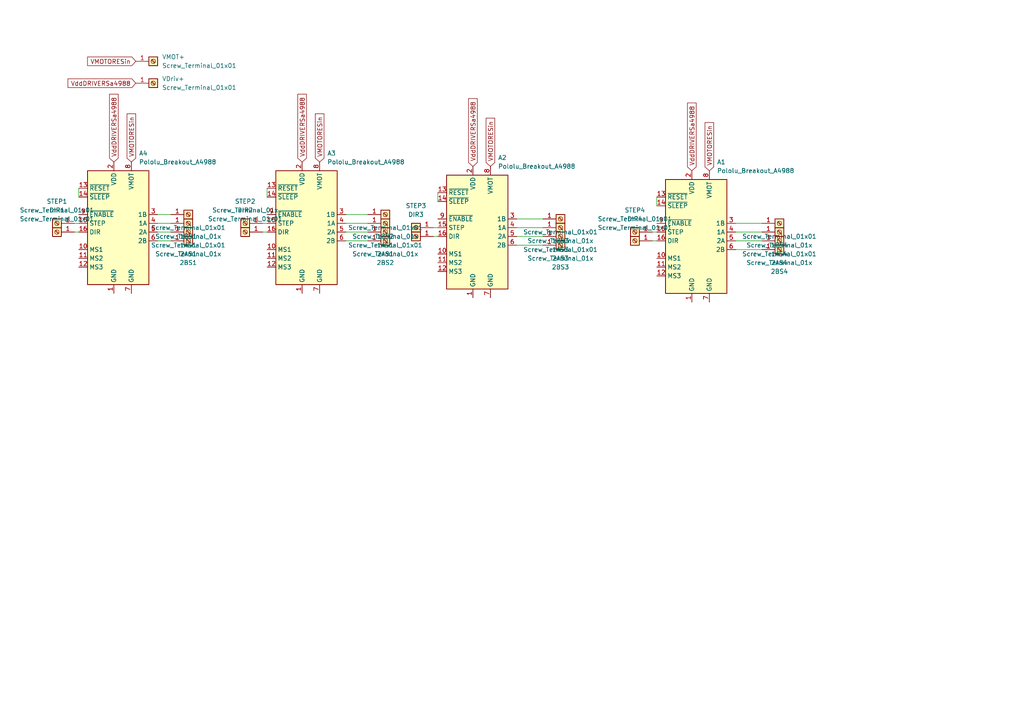
<source format=kicad_sch>
(kicad_sch (version 20230121) (generator eeschema)

  (uuid 9dedd4ef-18ff-488d-8090-840e272d40e2)

  (paper "A4")

  (lib_symbols
    (symbol "Connector:Screw_Terminal_01x01" (pin_names (offset 1.016) hide) (in_bom yes) (on_board yes)
      (property "Reference" "J" (at 0 2.54 0)
        (effects (font (size 1.27 1.27)))
      )
      (property "Value" "Screw_Terminal_01x01" (at 0 -2.54 0)
        (effects (font (size 1.27 1.27)))
      )
      (property "Footprint" "" (at 0 0 0)
        (effects (font (size 1.27 1.27)) hide)
      )
      (property "Datasheet" "~" (at 0 0 0)
        (effects (font (size 1.27 1.27)) hide)
      )
      (property "ki_keywords" "screw terminal" (at 0 0 0)
        (effects (font (size 1.27 1.27)) hide)
      )
      (property "ki_description" "Generic screw terminal, single row, 01x01, script generated (kicad-library-utils/schlib/autogen/connector/)" (at 0 0 0)
        (effects (font (size 1.27 1.27)) hide)
      )
      (property "ki_fp_filters" "TerminalBlock*:*" (at 0 0 0)
        (effects (font (size 1.27 1.27)) hide)
      )
      (symbol "Screw_Terminal_01x01_1_1"
        (rectangle (start -1.27 1.27) (end 1.27 -1.27)
          (stroke (width 0.254) (type default))
          (fill (type background))
        )
        (polyline
          (pts
            (xy -0.5334 0.3302)
            (xy 0.3302 -0.508)
          )
          (stroke (width 0.1524) (type default))
          (fill (type none))
        )
        (polyline
          (pts
            (xy -0.3556 0.508)
            (xy 0.508 -0.3302)
          )
          (stroke (width 0.1524) (type default))
          (fill (type none))
        )
        (circle (center 0 0) (radius 0.635)
          (stroke (width 0.1524) (type default))
          (fill (type none))
        )
        (pin passive line (at -5.08 0 0) (length 3.81)
          (name "Pin_1" (effects (font (size 1.27 1.27))))
          (number "1" (effects (font (size 1.27 1.27))))
        )
      )
    )
    (symbol "Driver_Motor:Pololu_Breakout_A4988" (in_bom yes) (on_board yes)
      (property "Reference" "A" (at -2.54 19.05 0)
        (effects (font (size 1.27 1.27)) (justify right))
      )
      (property "Value" "Pololu_Breakout_A4988" (at -2.54 16.51 0)
        (effects (font (size 1.27 1.27)) (justify right))
      )
      (property "Footprint" "Module:Pololu_Breakout-16_15.2x20.3mm" (at 6.985 -19.05 0)
        (effects (font (size 1.27 1.27)) (justify left) hide)
      )
      (property "Datasheet" "https://www.pololu.com/product/2980/pictures" (at 2.54 -7.62 0)
        (effects (font (size 1.27 1.27)) hide)
      )
      (property "ki_keywords" "Pololu Breakout Board Stepper Driver A4988" (at 0 0 0)
        (effects (font (size 1.27 1.27)) hide)
      )
      (property "ki_description" "Pololu Breakout Board, Stepper Driver A4988" (at 0 0 0)
        (effects (font (size 1.27 1.27)) hide)
      )
      (property "ki_fp_filters" "Pololu*Breakout*15.2x20.3mm*" (at 0 0 0)
        (effects (font (size 1.27 1.27)) hide)
      )
      (symbol "Pololu_Breakout_A4988_0_1"
        (rectangle (start 10.16 -17.78) (end -7.62 15.24)
          (stroke (width 0.254) (type default))
          (fill (type background))
        )
      )
      (symbol "Pololu_Breakout_A4988_1_1"
        (pin power_in line (at 0 -20.32 90) (length 2.54)
          (name "GND" (effects (font (size 1.27 1.27))))
          (number "1" (effects (font (size 1.27 1.27))))
        )
        (pin input line (at -10.16 -7.62 0) (length 2.54)
          (name "MS1" (effects (font (size 1.27 1.27))))
          (number "10" (effects (font (size 1.27 1.27))))
        )
        (pin input line (at -10.16 -10.16 0) (length 2.54)
          (name "MS2" (effects (font (size 1.27 1.27))))
          (number "11" (effects (font (size 1.27 1.27))))
        )
        (pin input line (at -10.16 -12.7 0) (length 2.54)
          (name "MS3" (effects (font (size 1.27 1.27))))
          (number "12" (effects (font (size 1.27 1.27))))
        )
        (pin input line (at -10.16 10.16 0) (length 2.54)
          (name "~{RESET}" (effects (font (size 1.27 1.27))))
          (number "13" (effects (font (size 1.27 1.27))))
        )
        (pin input line (at -10.16 7.62 0) (length 2.54)
          (name "~{SLEEP}" (effects (font (size 1.27 1.27))))
          (number "14" (effects (font (size 1.27 1.27))))
        )
        (pin input line (at -10.16 0 0) (length 2.54)
          (name "STEP" (effects (font (size 1.27 1.27))))
          (number "15" (effects (font (size 1.27 1.27))))
        )
        (pin input line (at -10.16 -2.54 0) (length 2.54)
          (name "DIR" (effects (font (size 1.27 1.27))))
          (number "16" (effects (font (size 1.27 1.27))))
        )
        (pin power_in line (at 0 17.78 270) (length 2.54)
          (name "VDD" (effects (font (size 1.27 1.27))))
          (number "2" (effects (font (size 1.27 1.27))))
        )
        (pin output line (at 12.7 2.54 180) (length 2.54)
          (name "1B" (effects (font (size 1.27 1.27))))
          (number "3" (effects (font (size 1.27 1.27))))
        )
        (pin output line (at 12.7 0 180) (length 2.54)
          (name "1A" (effects (font (size 1.27 1.27))))
          (number "4" (effects (font (size 1.27 1.27))))
        )
        (pin output line (at 12.7 -2.54 180) (length 2.54)
          (name "2A" (effects (font (size 1.27 1.27))))
          (number "5" (effects (font (size 1.27 1.27))))
        )
        (pin output line (at 12.7 -5.08 180) (length 2.54)
          (name "2B" (effects (font (size 1.27 1.27))))
          (number "6" (effects (font (size 1.27 1.27))))
        )
        (pin power_in line (at 5.08 -20.32 90) (length 2.54)
          (name "GND" (effects (font (size 1.27 1.27))))
          (number "7" (effects (font (size 1.27 1.27))))
        )
        (pin power_in line (at 5.08 17.78 270) (length 2.54)
          (name "VMOT" (effects (font (size 1.27 1.27))))
          (number "8" (effects (font (size 1.27 1.27))))
        )
        (pin input line (at -10.16 2.54 0) (length 2.54)
          (name "~{ENABLE}" (effects (font (size 1.27 1.27))))
          (number "9" (effects (font (size 1.27 1.27))))
        )
      )
    )
  )


  (wire (pts (xy 76.2 64.77) (xy 77.47 64.77))
    (stroke (width 0) (type default))
    (uuid 012bae16-e8c1-4c5b-abd2-26241527bde9)
  )
  (wire (pts (xy 125.73 68.58) (xy 127 68.58))
    (stroke (width 0) (type default))
    (uuid 0f3d8525-50d2-413e-a11a-61f3bda3f3ae)
  )
  (wire (pts (xy 213.36 67.31) (xy 220.98 67.31))
    (stroke (width 0) (type default))
    (uuid 0fce76a4-e0de-4a63-96fe-523bc6e2f58b)
  )
  (wire (pts (xy 45.72 62.23) (xy 49.53 62.23))
    (stroke (width 0) (type default))
    (uuid 1c8e7edf-fe50-4cd1-a2ed-d7b279ff8620)
  )
  (wire (pts (xy 100.33 67.31) (xy 106.68 67.31))
    (stroke (width 0) (type default))
    (uuid 1ee5b60a-5650-4464-a7e1-cafc0cfa9a0a)
  )
  (wire (pts (xy 190.5 57.15) (xy 190.5 59.69))
    (stroke (width 0) (type default))
    (uuid 33f88cf6-6536-43d3-9235-e23e5edadb01)
  )
  (wire (pts (xy 125.73 66.04) (xy 127 66.04))
    (stroke (width 0) (type default))
    (uuid 37f263c9-8c64-487d-b6f4-66f750098249)
  )
  (wire (pts (xy 21.59 64.77) (xy 22.86 64.77))
    (stroke (width 0) (type default))
    (uuid 42e9f136-7a56-405d-9aa6-7bac3a2028dc)
  )
  (wire (pts (xy 213.36 69.85) (xy 220.98 69.85))
    (stroke (width 0) (type default))
    (uuid 4363e482-b0ac-4642-a311-3364936b7bee)
  )
  (wire (pts (xy 45.72 64.77) (xy 49.53 64.77))
    (stroke (width 0) (type default))
    (uuid 4394e6e2-da3f-42fd-abc9-68ee53b93f30)
  )
  (wire (pts (xy 189.23 67.31) (xy 190.5 67.31))
    (stroke (width 0) (type default))
    (uuid 43aa008e-885d-4f76-89e2-e7098341ebf4)
  )
  (wire (pts (xy 213.36 64.77) (xy 220.98 64.77))
    (stroke (width 0) (type default))
    (uuid 447ca11b-8167-4404-a6b3-10691eaba500)
  )
  (wire (pts (xy 77.47 54.61) (xy 77.47 57.15))
    (stroke (width 0) (type default))
    (uuid 57350c44-d706-4a82-b24d-1f36a57beccb)
  )
  (wire (pts (xy 45.72 67.31) (xy 49.53 67.31))
    (stroke (width 0) (type default))
    (uuid 79e68531-dfc1-4432-9448-d4f0f4b7916d)
  )
  (wire (pts (xy 189.23 69.85) (xy 190.5 69.85))
    (stroke (width 0) (type default))
    (uuid 821d58bb-7419-4320-91fe-a758d9c2d035)
  )
  (wire (pts (xy 149.86 63.5) (xy 157.48 63.5))
    (stroke (width 0) (type default))
    (uuid 834e3488-be82-4ff5-a36e-263f2074fac7)
  )
  (wire (pts (xy 100.33 62.23) (xy 106.68 62.23))
    (stroke (width 0) (type default))
    (uuid a1066009-ff8d-426c-8e60-94ef577eba17)
  )
  (wire (pts (xy 45.72 69.85) (xy 49.53 69.85))
    (stroke (width 0) (type default))
    (uuid aaede49c-540a-45d4-9587-972456cd7d0c)
  )
  (wire (pts (xy 22.86 54.61) (xy 22.86 57.15))
    (stroke (width 0) (type default))
    (uuid b615ad48-2b24-449d-b348-9a84ccb73127)
  )
  (wire (pts (xy 127 55.88) (xy 127 58.42))
    (stroke (width 0) (type default))
    (uuid ba235c5c-64b6-483c-9f06-330e629748b3)
  )
  (wire (pts (xy 149.86 66.04) (xy 157.48 66.04))
    (stroke (width 0) (type default))
    (uuid bcd6c9f4-a19e-49eb-881c-751124cc626a)
  )
  (wire (pts (xy 100.33 69.85) (xy 106.68 69.85))
    (stroke (width 0) (type default))
    (uuid c2e8769c-af8c-4bfd-a98d-44084be0204e)
  )
  (wire (pts (xy 100.33 64.77) (xy 106.68 64.77))
    (stroke (width 0) (type default))
    (uuid cc04aa0e-5a36-4fe5-8605-95a8e611d988)
  )
  (wire (pts (xy 213.36 72.39) (xy 220.98 72.39))
    (stroke (width 0) (type default))
    (uuid d731a524-d2ee-418a-9c83-510835dc9690)
  )
  (wire (pts (xy 149.86 71.12) (xy 157.48 71.12))
    (stroke (width 0) (type default))
    (uuid eb658444-0e2f-406a-8fa6-333c6c8a6ae5)
  )
  (wire (pts (xy 149.86 68.58) (xy 157.48 68.58))
    (stroke (width 0) (type default))
    (uuid ed269196-d7a2-4352-9b7d-9732e89e3500)
  )
  (wire (pts (xy 21.59 67.31) (xy 22.86 67.31))
    (stroke (width 0) (type default))
    (uuid f0ec0292-297a-4dde-83c8-0d8363335c27)
  )
  (wire (pts (xy 76.2 67.31) (xy 77.47 67.31))
    (stroke (width 0) (type default))
    (uuid f588e360-bde7-4988-b42b-844abfc66610)
  )

  (global_label "VMOTORESin" (shape input) (at 38.1 46.99 90) (fields_autoplaced)
    (effects (font (size 1.27 1.27)) (justify left))
    (uuid 0370580f-62a5-4fd6-af96-88283eb0b0c2)
    (property "Intersheetrefs" "${INTERSHEET_REFS}" (at 38.1 32.4539 90)
      (effects (font (size 1.27 1.27)) (justify left) hide)
    )
  )
  (global_label "VddDRIVERSa4988" (shape input) (at 137.16 48.26 90) (fields_autoplaced)
    (effects (font (size 1.27 1.27)) (justify left))
    (uuid 0f1195cf-db44-4484-814c-78d609200acb)
    (property "Intersheetrefs" "${INTERSHEET_REFS}" (at 137.16 28.0393 90)
      (effects (font (size 1.27 1.27)) (justify left) hide)
    )
  )
  (global_label "VMOTORESin" (shape input) (at 92.71 46.99 90) (fields_autoplaced)
    (effects (font (size 1.27 1.27)) (justify left))
    (uuid 45a71ab3-f32a-4ae2-b482-fbdcc6183929)
    (property "Intersheetrefs" "${INTERSHEET_REFS}" (at 92.71 32.4539 90)
      (effects (font (size 1.27 1.27)) (justify left) hide)
    )
  )
  (global_label "VddDRIVERSa4988" (shape input) (at 200.66 49.53 90) (fields_autoplaced)
    (effects (font (size 1.27 1.27)) (justify left))
    (uuid 5feba0ef-b4d4-424a-b978-6004c1788205)
    (property "Intersheetrefs" "${INTERSHEET_REFS}" (at 200.66 29.3093 90)
      (effects (font (size 1.27 1.27)) (justify left) hide)
    )
  )
  (global_label "VddDRIVERSa4988" (shape input) (at 87.63 46.99 90) (fields_autoplaced)
    (effects (font (size 1.27 1.27)) (justify left))
    (uuid 91d4a785-1267-4ad2-9289-2c8bb9ab9cb4)
    (property "Intersheetrefs" "${INTERSHEET_REFS}" (at 87.63 26.7693 90)
      (effects (font (size 1.27 1.27)) (justify left) hide)
    )
  )
  (global_label "VddDRIVERSa4988" (shape input) (at 39.37 24.13 180) (fields_autoplaced)
    (effects (font (size 1.27 1.27)) (justify right))
    (uuid c63793c8-b697-4a7f-9331-e369febc5fa1)
    (property "Intersheetrefs" "${INTERSHEET_REFS}" (at 19.1493 24.13 0)
      (effects (font (size 1.27 1.27)) (justify right) hide)
    )
  )
  (global_label "VddDRIVERSa4988" (shape input) (at 33.02 46.99 90) (fields_autoplaced)
    (effects (font (size 1.27 1.27)) (justify left))
    (uuid ce95eb3f-b5b1-4135-874b-06dfa42ddf07)
    (property "Intersheetrefs" "${INTERSHEET_REFS}" (at 33.02 26.7693 90)
      (effects (font (size 1.27 1.27)) (justify left) hide)
    )
  )
  (global_label "VMOTORESin" (shape input) (at 205.74 49.53 90) (fields_autoplaced)
    (effects (font (size 1.27 1.27)) (justify left))
    (uuid d2950dba-5c00-4e5d-b844-7381b3dc3395)
    (property "Intersheetrefs" "${INTERSHEET_REFS}" (at 205.74 34.9939 90)
      (effects (font (size 1.27 1.27)) (justify left) hide)
    )
  )
  (global_label "VMOTORESin" (shape input) (at 142.24 48.26 90) (fields_autoplaced)
    (effects (font (size 1.27 1.27)) (justify left))
    (uuid ef60a64c-bc8f-4fd8-baac-09ef748b6202)
    (property "Intersheetrefs" "${INTERSHEET_REFS}" (at 142.24 33.7239 90)
      (effects (font (size 1.27 1.27)) (justify left) hide)
    )
  )
  (global_label "VMOTORESin" (shape input) (at 39.37 17.78 180) (fields_autoplaced)
    (effects (font (size 1.27 1.27)) (justify right))
    (uuid f6ec329b-d3a9-4ad9-9730-9b26596f67b7)
    (property "Intersheetrefs" "${INTERSHEET_REFS}" (at 24.8339 17.78 0)
      (effects (font (size 1.27 1.27)) (justify right) hide)
    )
  )

  (symbol (lib_id "Driver_Motor:Pololu_Breakout_A4988") (at 137.16 66.04 0) (unit 1)
    (in_bom yes) (on_board yes) (dnp no) (fields_autoplaced)
    (uuid 11f231df-28ac-4cba-b033-61d10cf72fd5)
    (property "Reference" "A2" (at 144.4341 45.72 0)
      (effects (font (size 1.27 1.27)) (justify left))
    )
    (property "Value" "Pololu_Breakout_A4988" (at 144.4341 48.26 0)
      (effects (font (size 1.27 1.27)) (justify left))
    )
    (property "Footprint" "Module:Pololu_Breakout-16_15.2x20.3mm" (at 144.145 85.09 0)
      (effects (font (size 1.27 1.27)) (justify left) hide)
    )
    (property "Datasheet" "https://www.pololu.com/product/2980/pictures" (at 139.7 73.66 0)
      (effects (font (size 1.27 1.27)) hide)
    )
    (pin "1" (uuid 4f2d7de9-b68d-4219-b98a-1f74207e8584))
    (pin "10" (uuid 2714ce72-723b-4868-b268-c16c74d8e495))
    (pin "11" (uuid c3d0f598-bab3-4061-a487-60d41e7a6f74))
    (pin "12" (uuid 7c1ac916-649b-4cc1-aed2-c3f247973453))
    (pin "13" (uuid 152af6a8-0dae-4100-a18f-4c19cc7349c7))
    (pin "14" (uuid 4130a0ee-8f40-4c43-9e8a-a13ae511de5a))
    (pin "15" (uuid 74f512ec-1448-4857-9929-3cad4169f77c))
    (pin "16" (uuid 839b6410-cd35-4d6f-8d3f-a678474d22d8))
    (pin "2" (uuid f9fb4500-815b-4d68-840d-4525dd503b28))
    (pin "3" (uuid 01e17acd-820e-41b2-a6c4-87bfe048c533))
    (pin "4" (uuid e80b81b1-b0d0-4f09-9810-c3714226fe91))
    (pin "5" (uuid 1231f5f2-42b8-44af-afe2-fd089a250601))
    (pin "6" (uuid 8517fdfc-cdd2-445c-aad3-367a478d2fe3))
    (pin "7" (uuid 8992d894-7e93-43c4-ba5d-e50750aa28ff))
    (pin "8" (uuid a0aed15c-fbda-45dc-801a-15a68c618a01))
    (pin "9" (uuid 1c2e5d29-34d9-42f7-8b34-4f1bac3dc16a))
    (instances
      (project "Horus Stepper PCB powercont"
        (path "/9dedd4ef-18ff-488d-8090-840e272d40e2"
          (reference "A2") (unit 1)
        )
      )
    )
  )

  (symbol (lib_id "Connector:Screw_Terminal_01x01") (at 16.51 64.77 180) (unit 1)
    (in_bom yes) (on_board yes) (dnp no) (fields_autoplaced)
    (uuid 14e9f96a-5bcb-4692-870a-dd1f593bed69)
    (property "Reference" "STEP1" (at 16.51 58.42 0)
      (effects (font (size 1.27 1.27)))
    )
    (property "Value" "Screw_Terminal_01x01" (at 16.51 60.96 0)
      (effects (font (size 1.27 1.27)))
    )
    (property "Footprint" "TestPoint:TestPoint_Loop_D3.80mm_Drill2.0mm" (at 16.51 64.77 0)
      (effects (font (size 1.27 1.27)) hide)
    )
    (property "Datasheet" "~" (at 16.51 64.77 0)
      (effects (font (size 1.27 1.27)) hide)
    )
    (pin "1" (uuid dfa696a0-8d0a-408a-afda-c3a74c275450))
    (instances
      (project "Horus Stepper PCB powercont"
        (path "/9dedd4ef-18ff-488d-8090-840e272d40e2"
          (reference "STEP1") (unit 1)
        )
      )
    )
  )

  (symbol (lib_id "Connector:Screw_Terminal_01x01") (at 111.76 69.85 0) (unit 1)
    (in_bom yes) (on_board yes) (dnp no) (fields_autoplaced)
    (uuid 1c8ff85a-c2ca-4e60-8bae-cc96d31e0365)
    (property "Reference" "2BS2" (at 111.76 76.2 0)
      (effects (font (size 1.27 1.27)))
    )
    (property "Value" "Screw_Terminal_01x" (at 111.76 73.66 0)
      (effects (font (size 1.27 1.27)))
    )
    (property "Footprint" "TestPoint:TestPoint_Loop_D3.80mm_Drill2.0mm" (at 111.76 69.85 0)
      (effects (font (size 1.27 1.27)) hide)
    )
    (property "Datasheet" "~" (at 111.76 69.85 0)
      (effects (font (size 1.27 1.27)) hide)
    )
    (pin "1" (uuid ed779e35-25dc-4244-856b-580a4e0c201c))
    (instances
      (project "Horus Stepper PCB powercont"
        (path "/9dedd4ef-18ff-488d-8090-840e272d40e2"
          (reference "2BS2") (unit 1)
        )
      )
    )
  )

  (symbol (lib_id "Connector:Screw_Terminal_01x01") (at 16.51 67.31 180) (unit 1)
    (in_bom yes) (on_board yes) (dnp no) (fields_autoplaced)
    (uuid 1dbad234-76d5-4455-a940-244bf79c4296)
    (property "Reference" "DIR1" (at 16.51 60.96 0)
      (effects (font (size 1.27 1.27)))
    )
    (property "Value" "Screw_Terminal_01x01" (at 16.51 63.5 0)
      (effects (font (size 1.27 1.27)))
    )
    (property "Footprint" "TestPoint:TestPoint_Loop_D3.80mm_Drill2.0mm" (at 16.51 67.31 0)
      (effects (font (size 1.27 1.27)) hide)
    )
    (property "Datasheet" "~" (at 16.51 67.31 0)
      (effects (font (size 1.27 1.27)) hide)
    )
    (pin "1" (uuid e2e111d1-24a4-41fc-aca9-830e613e285b))
    (instances
      (project "Horus Stepper PCB powercont"
        (path "/9dedd4ef-18ff-488d-8090-840e272d40e2"
          (reference "DIR1") (unit 1)
        )
      )
    )
  )

  (symbol (lib_id "Connector:Screw_Terminal_01x01") (at 226.06 69.85 0) (unit 1)
    (in_bom yes) (on_board yes) (dnp no) (fields_autoplaced)
    (uuid 1f885388-63df-4238-ba2f-891f81c14413)
    (property "Reference" "2AS4" (at 226.06 76.2 0)
      (effects (font (size 1.27 1.27)))
    )
    (property "Value" "Screw_Terminal_01x01" (at 226.06 73.66 0)
      (effects (font (size 1.27 1.27)))
    )
    (property "Footprint" "TestPoint:TestPoint_Loop_D3.80mm_Drill2.0mm" (at 226.06 69.85 0)
      (effects (font (size 1.27 1.27)) hide)
    )
    (property "Datasheet" "~" (at 226.06 69.85 0)
      (effects (font (size 1.27 1.27)) hide)
    )
    (pin "1" (uuid 0cfc8dac-693e-4ab5-b51a-fc1b9aa7fdcd))
    (instances
      (project "Horus Stepper PCB powercont"
        (path "/9dedd4ef-18ff-488d-8090-840e272d40e2"
          (reference "2AS4") (unit 1)
        )
      )
    )
  )

  (symbol (lib_id "Connector:Screw_Terminal_01x01") (at 111.76 64.77 0) (unit 1)
    (in_bom yes) (on_board yes) (dnp no) (fields_autoplaced)
    (uuid 3dd9c380-124e-435d-bfb6-2c54b1ef76df)
    (property "Reference" "1AS1" (at 111.76 71.12 0)
      (effects (font (size 1.27 1.27)))
    )
    (property "Value" "Screw_Terminal_01x" (at 111.76 68.58 0)
      (effects (font (size 1.27 1.27)))
    )
    (property "Footprint" "TestPoint:TestPoint_Loop_D3.80mm_Drill2.0mm" (at 111.76 64.77 0)
      (effects (font (size 1.27 1.27)) hide)
    )
    (property "Datasheet" "~" (at 111.76 64.77 0)
      (effects (font (size 1.27 1.27)) hide)
    )
    (pin "1" (uuid 87f36f3d-301a-4b99-9c8f-46541c31c67a))
    (instances
      (project "Horus Stepper PCB powercont"
        (path "/9dedd4ef-18ff-488d-8090-840e272d40e2"
          (reference "1AS1") (unit 1)
        )
      )
    )
  )

  (symbol (lib_id "Driver_Motor:Pololu_Breakout_A4988") (at 200.66 67.31 0) (unit 1)
    (in_bom yes) (on_board yes) (dnp no) (fields_autoplaced)
    (uuid 4a42311c-b4f4-43f3-bb39-3dd283b254c7)
    (property "Reference" "A1" (at 207.9341 46.99 0)
      (effects (font (size 1.27 1.27)) (justify left))
    )
    (property "Value" "Pololu_Breakout_A4988" (at 207.9341 49.53 0)
      (effects (font (size 1.27 1.27)) (justify left))
    )
    (property "Footprint" "Module:Pololu_Breakout-16_15.2x20.3mm" (at 207.645 86.36 0)
      (effects (font (size 1.27 1.27)) (justify left) hide)
    )
    (property "Datasheet" "https://www.pololu.com/product/2980/pictures" (at 203.2 74.93 0)
      (effects (font (size 1.27 1.27)) hide)
    )
    (pin "1" (uuid 3dbe4af2-b65b-4cb1-89d0-625f06d3504b))
    (pin "10" (uuid c305ed82-920b-4f68-8d2a-1c82e4724092))
    (pin "11" (uuid 3824a074-72f9-4e5b-b287-4f8b51bd225a))
    (pin "12" (uuid 73790d06-aeef-423b-820c-feca9d440e51))
    (pin "13" (uuid af6f564c-3a2a-42a9-8556-77e400265385))
    (pin "14" (uuid b0cc72bc-caa3-48dd-9aa8-85d51aec1b67))
    (pin "15" (uuid e1a4b27d-a8ea-4048-8a76-70a4b9c8b551))
    (pin "16" (uuid 0b535266-7af9-441e-8427-e442e3f919c5))
    (pin "2" (uuid 88f75974-c055-4a31-a710-0f22fab7969e))
    (pin "3" (uuid 569ab031-9f37-4596-897e-c3b329f727a3))
    (pin "4" (uuid 965dfb76-4a26-4870-bc71-0bb932040740))
    (pin "5" (uuid a1b3b400-7ccd-404a-8e40-f9e1b2d3822e))
    (pin "6" (uuid 304f1c89-6f08-41c5-aaa0-0f92e7954e85))
    (pin "7" (uuid 88b85803-90d5-4916-9417-6d6e66a67339))
    (pin "8" (uuid a449c8f3-8f53-4264-b945-21ce2968cc12))
    (pin "9" (uuid bca1bb7a-43f7-4e5a-a600-1a90fb48802d))
    (instances
      (project "Horus Stepper PCB powercont"
        (path "/9dedd4ef-18ff-488d-8090-840e272d40e2"
          (reference "A1") (unit 1)
        )
      )
    )
  )

  (symbol (lib_id "Connector:Screw_Terminal_01x01") (at 162.56 68.58 0) (unit 1)
    (in_bom yes) (on_board yes) (dnp no) (fields_autoplaced)
    (uuid 66d0eeaf-ebea-42e0-8582-3e62db48e83b)
    (property "Reference" "2AS3" (at 162.56 74.93 0)
      (effects (font (size 1.27 1.27)))
    )
    (property "Value" "Screw_Terminal_01x01" (at 162.56 72.39 0)
      (effects (font (size 1.27 1.27)))
    )
    (property "Footprint" "TestPoint:TestPoint_Loop_D3.80mm_Drill2.0mm" (at 162.56 68.58 0)
      (effects (font (size 1.27 1.27)) hide)
    )
    (property "Datasheet" "~" (at 162.56 68.58 0)
      (effects (font (size 1.27 1.27)) hide)
    )
    (pin "1" (uuid 31dcab58-f2fb-4907-bfba-bfb899fa563a))
    (instances
      (project "Horus Stepper PCB powercont"
        (path "/9dedd4ef-18ff-488d-8090-840e272d40e2"
          (reference "2AS3") (unit 1)
        )
      )
    )
  )

  (symbol (lib_id "Connector:Screw_Terminal_01x01") (at 111.76 62.23 0) (unit 1)
    (in_bom yes) (on_board yes) (dnp no) (fields_autoplaced)
    (uuid 6933a4b1-d080-459f-95f5-d94afbbc00f4)
    (property "Reference" "1BS2" (at 111.76 68.58 0)
      (effects (font (size 1.27 1.27)))
    )
    (property "Value" "Screw_Terminal_01x01" (at 111.76 66.04 0)
      (effects (font (size 1.27 1.27)))
    )
    (property "Footprint" "TestPoint:TestPoint_Loop_D3.80mm_Drill2.0mm" (at 111.76 62.23 0)
      (effects (font (size 1.27 1.27)) hide)
    )
    (property "Datasheet" "~" (at 111.76 62.23 0)
      (effects (font (size 1.27 1.27)) hide)
    )
    (pin "1" (uuid ac529b70-4bc4-4cc6-b862-8124793d9c4b))
    (instances
      (project "Horus Stepper PCB powercont"
        (path "/9dedd4ef-18ff-488d-8090-840e272d40e2"
          (reference "1BS2") (unit 1)
        )
      )
    )
  )

  (symbol (lib_id "Connector:Screw_Terminal_01x01") (at 71.12 67.31 180) (unit 1)
    (in_bom yes) (on_board yes) (dnp no) (fields_autoplaced)
    (uuid 6d216968-a20a-460a-80d1-3ba12d594692)
    (property "Reference" "DIR2" (at 71.12 60.96 0)
      (effects (font (size 1.27 1.27)))
    )
    (property "Value" "Screw_Terminal_01x01" (at 71.12 63.5 0)
      (effects (font (size 1.27 1.27)))
    )
    (property "Footprint" "TestPoint:TestPoint_Loop_D3.80mm_Drill2.0mm" (at 71.12 67.31 0)
      (effects (font (size 1.27 1.27)) hide)
    )
    (property "Datasheet" "~" (at 71.12 67.31 0)
      (effects (font (size 1.27 1.27)) hide)
    )
    (pin "1" (uuid 776b9a32-c154-43db-ac10-63e8ec518db3))
    (instances
      (project "Horus Stepper PCB powercont"
        (path "/9dedd4ef-18ff-488d-8090-840e272d40e2"
          (reference "DIR2") (unit 1)
        )
      )
    )
  )

  (symbol (lib_id "Connector:Screw_Terminal_01x01") (at 54.61 69.85 0) (unit 1)
    (in_bom yes) (on_board yes) (dnp no) (fields_autoplaced)
    (uuid 6fe3ec86-789e-4756-90c9-3087d28c6b55)
    (property "Reference" "2BS1" (at 54.61 76.2 0)
      (effects (font (size 1.27 1.27)))
    )
    (property "Value" "Screw_Terminal_01x" (at 54.61 73.66 0)
      (effects (font (size 1.27 1.27)))
    )
    (property "Footprint" "TestPoint:TestPoint_Loop_D3.80mm_Drill2.0mm" (at 54.61 69.85 0)
      (effects (font (size 1.27 1.27)) hide)
    )
    (property "Datasheet" "~" (at 54.61 69.85 0)
      (effects (font (size 1.27 1.27)) hide)
    )
    (pin "1" (uuid df7a79c5-595b-490b-af1d-2e842499ebdb))
    (instances
      (project "Horus Stepper PCB powercont"
        (path "/9dedd4ef-18ff-488d-8090-840e272d40e2"
          (reference "2BS1") (unit 1)
        )
      )
    )
  )

  (symbol (lib_id "Connector:Screw_Terminal_01x01") (at 226.06 64.77 0) (unit 1)
    (in_bom yes) (on_board yes) (dnp no) (fields_autoplaced)
    (uuid 7c62c4ad-1fa5-4c19-b6e7-4dfc291355c1)
    (property "Reference" "1BS4" (at 226.06 71.12 0)
      (effects (font (size 1.27 1.27)))
    )
    (property "Value" "Screw_Terminal_01x01" (at 226.06 68.58 0)
      (effects (font (size 1.27 1.27)))
    )
    (property "Footprint" "TestPoint:TestPoint_Loop_D3.80mm_Drill2.0mm" (at 226.06 64.77 0)
      (effects (font (size 1.27 1.27)) hide)
    )
    (property "Datasheet" "~" (at 226.06 64.77 0)
      (effects (font (size 1.27 1.27)) hide)
    )
    (pin "1" (uuid 322ecddb-2122-436a-a72c-a289897ff785))
    (instances
      (project "Horus Stepper PCB powercont"
        (path "/9dedd4ef-18ff-488d-8090-840e272d40e2"
          (reference "1BS4") (unit 1)
        )
      )
    )
  )

  (symbol (lib_id "Connector:Screw_Terminal_01x01") (at 184.15 67.31 180) (unit 1)
    (in_bom yes) (on_board yes) (dnp no) (fields_autoplaced)
    (uuid 84eb87f7-f170-47d1-997a-6eb337e95dde)
    (property "Reference" "STEP4" (at 184.15 60.96 0)
      (effects (font (size 1.27 1.27)))
    )
    (property "Value" "Screw_Terminal_01x01" (at 184.15 63.5 0)
      (effects (font (size 1.27 1.27)))
    )
    (property "Footprint" "TestPoint:TestPoint_Loop_D3.80mm_Drill2.0mm" (at 184.15 67.31 0)
      (effects (font (size 1.27 1.27)) hide)
    )
    (property "Datasheet" "~" (at 184.15 67.31 0)
      (effects (font (size 1.27 1.27)) hide)
    )
    (pin "1" (uuid 731f25d1-731a-4baf-9052-a2fbcd36144f))
    (instances
      (project "Horus Stepper PCB powercont"
        (path "/9dedd4ef-18ff-488d-8090-840e272d40e2"
          (reference "STEP4") (unit 1)
        )
      )
    )
  )

  (symbol (lib_id "Connector:Screw_Terminal_01x01") (at 226.06 67.31 0) (unit 1)
    (in_bom yes) (on_board yes) (dnp no) (fields_autoplaced)
    (uuid 88cc2104-ada5-4e71-9b3b-efcf2d7f4578)
    (property "Reference" "1AS4" (at 226.06 73.66 0)
      (effects (font (size 1.27 1.27)))
    )
    (property "Value" "Screw_Terminal_01x" (at 226.06 71.12 0)
      (effects (font (size 1.27 1.27)))
    )
    (property "Footprint" "TestPoint:TestPoint_Loop_D3.80mm_Drill2.0mm" (at 226.06 67.31 0)
      (effects (font (size 1.27 1.27)) hide)
    )
    (property "Datasheet" "~" (at 226.06 67.31 0)
      (effects (font (size 1.27 1.27)) hide)
    )
    (pin "1" (uuid 253a85d1-901e-457d-b3d1-1c35a13fb675))
    (instances
      (project "Horus Stepper PCB powercont"
        (path "/9dedd4ef-18ff-488d-8090-840e272d40e2"
          (reference "1AS4") (unit 1)
        )
      )
    )
  )

  (symbol (lib_id "Driver_Motor:Pololu_Breakout_A4988") (at 87.63 64.77 0) (unit 1)
    (in_bom yes) (on_board yes) (dnp no) (fields_autoplaced)
    (uuid 8917991b-07b9-4862-ad94-ad32bc93bf55)
    (property "Reference" "A3" (at 94.9041 44.45 0)
      (effects (font (size 1.27 1.27)) (justify left))
    )
    (property "Value" "Pololu_Breakout_A4988" (at 94.9041 46.99 0)
      (effects (font (size 1.27 1.27)) (justify left))
    )
    (property "Footprint" "Module:Pololu_Breakout-16_15.2x20.3mm" (at 94.615 83.82 0)
      (effects (font (size 1.27 1.27)) (justify left) hide)
    )
    (property "Datasheet" "https://www.pololu.com/product/2980/pictures" (at 90.17 72.39 0)
      (effects (font (size 1.27 1.27)) hide)
    )
    (pin "1" (uuid d01540f0-b970-4698-86dd-20f0b38e9501))
    (pin "10" (uuid cae0116a-bc9a-4bd4-821e-cc509efe1b2a))
    (pin "11" (uuid 0b5965cf-540d-4b90-aeab-b839ab2ccf30))
    (pin "12" (uuid 3d13542f-1463-40b7-823a-cb7fcbc7c303))
    (pin "13" (uuid 105b1cbb-f4cb-4c52-9c93-597fa36023ab))
    (pin "14" (uuid 28051dab-dc82-4049-b070-cadac97effa9))
    (pin "15" (uuid 3209aeca-f941-402d-8715-d360917280a6))
    (pin "16" (uuid 2598bbdf-1cf1-40f9-826b-7ffcee10460e))
    (pin "2" (uuid a2d31fc4-499a-4f0a-ad68-36f512605715))
    (pin "3" (uuid c2741790-0d18-41f8-9a5f-bece07b6933b))
    (pin "4" (uuid 22fe6ae9-2274-4328-b30d-60a5e02b8081))
    (pin "5" (uuid bb6eb8bd-939e-408b-b89d-e17ac4c1c250))
    (pin "6" (uuid 752238b1-6d1d-4edc-a2d7-0232aa994f88))
    (pin "7" (uuid dafe6993-36b3-4abf-beab-09c481070d9d))
    (pin "8" (uuid 6d883dc2-f130-4d0e-a024-3b052ab4bf29))
    (pin "9" (uuid 1eefb3a1-8768-46fb-bbc3-f968387b6b14))
    (instances
      (project "Horus Stepper PCB powercont"
        (path "/9dedd4ef-18ff-488d-8090-840e272d40e2"
          (reference "A3") (unit 1)
        )
      )
    )
  )

  (symbol (lib_id "Connector:Screw_Terminal_01x01") (at 120.65 68.58 180) (unit 1)
    (in_bom yes) (on_board yes) (dnp no) (fields_autoplaced)
    (uuid 96d79578-a02f-44c8-8ca2-87a7ee719e18)
    (property "Reference" "DIR3" (at 120.65 62.23 0)
      (effects (font (size 1.27 1.27)))
    )
    (property "Value" "Screw_Terminal_01x01" (at 120.65 64.77 0)
      (effects (font (size 1.27 1.27)) hide)
    )
    (property "Footprint" "TestPoint:TestPoint_Loop_D3.80mm_Drill2.0mm" (at 120.65 68.58 0)
      (effects (font (size 1.27 1.27)) hide)
    )
    (property "Datasheet" "~" (at 120.65 68.58 0)
      (effects (font (size 1.27 1.27)) hide)
    )
    (pin "1" (uuid 772b1903-8123-4e78-a48c-b47f925e6608))
    (instances
      (project "Horus Stepper PCB powercont"
        (path "/9dedd4ef-18ff-488d-8090-840e272d40e2"
          (reference "DIR3") (unit 1)
        )
      )
    )
  )

  (symbol (lib_id "Connector:Screw_Terminal_01x01") (at 184.15 69.85 180) (unit 1)
    (in_bom yes) (on_board yes) (dnp no) (fields_autoplaced)
    (uuid 9be0aa45-6510-424b-b4cf-fecea1b2de1d)
    (property "Reference" "DIR4" (at 184.15 63.5 0)
      (effects (font (size 1.27 1.27)))
    )
    (property "Value" "Screw_Terminal_01x01" (at 184.15 66.04 0)
      (effects (font (size 1.27 1.27)))
    )
    (property "Footprint" "TestPoint:TestPoint_Loop_D3.80mm_Drill2.0mm" (at 184.15 69.85 0)
      (effects (font (size 1.27 1.27)) hide)
    )
    (property "Datasheet" "~" (at 184.15 69.85 0)
      (effects (font (size 1.27 1.27)) hide)
    )
    (pin "1" (uuid cdbf9b78-5448-4865-ad53-5a3e34b126a6))
    (instances
      (project "Horus Stepper PCB powercont"
        (path "/9dedd4ef-18ff-488d-8090-840e272d40e2"
          (reference "DIR4") (unit 1)
        )
      )
    )
  )

  (symbol (lib_id "Driver_Motor:Pololu_Breakout_A4988") (at 33.02 64.77 0) (unit 1)
    (in_bom yes) (on_board yes) (dnp no) (fields_autoplaced)
    (uuid a3f8a5e5-c2fe-4b76-a300-6175492a251a)
    (property "Reference" "A4" (at 40.2941 44.45 0)
      (effects (font (size 1.27 1.27)) (justify left))
    )
    (property "Value" "Pololu_Breakout_A4988" (at 40.2941 46.99 0)
      (effects (font (size 1.27 1.27)) (justify left))
    )
    (property "Footprint" "Module:Pololu_Breakout-16_15.2x20.3mm" (at 40.005 83.82 0)
      (effects (font (size 1.27 1.27)) (justify left) hide)
    )
    (property "Datasheet" "https://www.pololu.com/product/2980/pictures" (at 35.56 72.39 0)
      (effects (font (size 1.27 1.27)) hide)
    )
    (pin "1" (uuid 5d5ae6a7-c9e3-4c18-91f3-daa8c12d553e))
    (pin "10" (uuid 87ef5f39-5fd6-4bd3-a2ce-4c21ffefd47d))
    (pin "11" (uuid ebed731d-e147-41b5-8baf-92f6aa03c464))
    (pin "12" (uuid 62570510-099b-457b-9739-0bd9348d2bf9))
    (pin "13" (uuid 4ff9375f-f12a-4fee-99d0-bf5c72173452))
    (pin "14" (uuid 2aee10b7-d096-4747-9261-77b28e3e6717))
    (pin "15" (uuid 4a889259-1e14-43d6-aef8-6f81088d9d8c))
    (pin "16" (uuid d48c148e-27f9-4dfc-a627-59410a43211b))
    (pin "2" (uuid 2430c1c8-2651-4902-a9e9-4ea5cb7d444a))
    (pin "3" (uuid 442486dc-7062-40d1-9315-679df8405d87))
    (pin "4" (uuid 7d5a551c-e9c0-4c34-853d-a880b11b8790))
    (pin "5" (uuid 56e94567-2373-40f7-967b-abef31ea926d))
    (pin "6" (uuid f2b2d86f-068a-483c-940a-ac8d69a33152))
    (pin "7" (uuid e9e569f2-1e45-4e03-8a87-033a90664fd8))
    (pin "8" (uuid 166dfd6c-78fc-4fcf-868e-d01504ff204c))
    (pin "9" (uuid 2d956f19-af96-4018-830f-6b9f628695e0))
    (instances
      (project "Horus Stepper PCB powercont"
        (path "/9dedd4ef-18ff-488d-8090-840e272d40e2"
          (reference "A4") (unit 1)
        )
      )
    )
  )

  (symbol (lib_id "Connector:Screw_Terminal_01x01") (at 44.45 17.78 0) (unit 1)
    (in_bom yes) (on_board yes) (dnp no) (fields_autoplaced)
    (uuid a8ad5795-fbe3-4eee-afad-732fad70dbb5)
    (property "Reference" "VMOT+" (at 46.99 16.51 0)
      (effects (font (size 1.27 1.27)) (justify left))
    )
    (property "Value" "Screw_Terminal_01x01" (at 46.99 19.05 0)
      (effects (font (size 1.27 1.27)) (justify left))
    )
    (property "Footprint" "TestPoint:TestPoint_Loop_D3.80mm_Drill2.0mm" (at 44.45 17.78 0)
      (effects (font (size 1.27 1.27)) hide)
    )
    (property "Datasheet" "~" (at 44.45 17.78 0)
      (effects (font (size 1.27 1.27)) hide)
    )
    (pin "1" (uuid ad4fb40b-cbe7-4198-b556-389662b56a1c))
    (instances
      (project "Horus Stepper PCB powercont"
        (path "/9dedd4ef-18ff-488d-8090-840e272d40e2"
          (reference "VMOT+") (unit 1)
        )
      )
    )
  )

  (symbol (lib_id "Connector:Screw_Terminal_01x01") (at 54.61 67.31 0) (unit 1)
    (in_bom yes) (on_board yes) (dnp no) (fields_autoplaced)
    (uuid aa72e8a3-e95d-4d37-9054-e6d867b1af46)
    (property "Reference" "2AS1" (at 54.61 73.66 0)
      (effects (font (size 1.27 1.27)))
    )
    (property "Value" "Screw_Terminal_01x01" (at 54.61 71.12 0)
      (effects (font (size 1.27 1.27)))
    )
    (property "Footprint" "TestPoint:TestPoint_Loop_D3.80mm_Drill2.0mm" (at 54.61 67.31 0)
      (effects (font (size 1.27 1.27)) hide)
    )
    (property "Datasheet" "~" (at 54.61 67.31 0)
      (effects (font (size 1.27 1.27)) hide)
    )
    (pin "1" (uuid 4061e342-2665-4c69-af11-f68747178658))
    (instances
      (project "Horus Stepper PCB powercont"
        (path "/9dedd4ef-18ff-488d-8090-840e272d40e2"
          (reference "2AS1") (unit 1)
        )
      )
    )
  )

  (symbol (lib_id "Connector:Screw_Terminal_01x01") (at 162.56 71.12 0) (unit 1)
    (in_bom yes) (on_board yes) (dnp no) (fields_autoplaced)
    (uuid b04bda68-0853-43aa-af71-91f0d8d9c9f8)
    (property "Reference" "2BS3" (at 162.56 77.47 0)
      (effects (font (size 1.27 1.27)))
    )
    (property "Value" "Screw_Terminal_01x" (at 162.56 74.93 0)
      (effects (font (size 1.27 1.27)))
    )
    (property "Footprint" "TestPoint:TestPoint_Loop_D3.80mm_Drill2.0mm" (at 162.56 71.12 0)
      (effects (font (size 1.27 1.27)) hide)
    )
    (property "Datasheet" "~" (at 162.56 71.12 0)
      (effects (font (size 1.27 1.27)) hide)
    )
    (pin "1" (uuid 9bc0c725-5bb1-4802-82ef-d3cb3076000f))
    (instances
      (project "Horus Stepper PCB powercont"
        (path "/9dedd4ef-18ff-488d-8090-840e272d40e2"
          (reference "2BS3") (unit 1)
        )
      )
    )
  )

  (symbol (lib_id "Connector:Screw_Terminal_01x01") (at 54.61 64.77 0) (unit 1)
    (in_bom yes) (on_board yes) (dnp no) (fields_autoplaced)
    (uuid b5f11d82-613d-47c7-b2ea-e60843578dd3)
    (property "Reference" "1AS1" (at 54.61 71.12 0)
      (effects (font (size 1.27 1.27)))
    )
    (property "Value" "Screw_Terminal_01x" (at 54.61 68.58 0)
      (effects (font (size 1.27 1.27)))
    )
    (property "Footprint" "TestPoint:TestPoint_Loop_D3.80mm_Drill2.0mm" (at 54.61 64.77 0)
      (effects (font (size 1.27 1.27)) hide)
    )
    (property "Datasheet" "~" (at 54.61 64.77 0)
      (effects (font (size 1.27 1.27)) hide)
    )
    (pin "1" (uuid f3540c17-0403-4f6a-a700-e33856b981a2))
    (instances
      (project "Horus Stepper PCB powercont"
        (path "/9dedd4ef-18ff-488d-8090-840e272d40e2"
          (reference "1AS1") (unit 1)
        )
      )
    )
  )

  (symbol (lib_id "Connector:Screw_Terminal_01x01") (at 226.06 72.39 0) (unit 1)
    (in_bom yes) (on_board yes) (dnp no) (fields_autoplaced)
    (uuid b6a2773a-affb-4e0e-8cdd-294c99e5d3e7)
    (property "Reference" "2BS4" (at 226.06 78.74 0)
      (effects (font (size 1.27 1.27)))
    )
    (property "Value" "Screw_Terminal_01x" (at 226.06 76.2 0)
      (effects (font (size 1.27 1.27)))
    )
    (property "Footprint" "TestPoint:TestPoint_Loop_D3.80mm_Drill2.0mm" (at 226.06 72.39 0)
      (effects (font (size 1.27 1.27)) hide)
    )
    (property "Datasheet" "~" (at 226.06 72.39 0)
      (effects (font (size 1.27 1.27)) hide)
    )
    (pin "1" (uuid df441393-90f5-429e-bacb-e6f9d9384019))
    (instances
      (project "Horus Stepper PCB powercont"
        (path "/9dedd4ef-18ff-488d-8090-840e272d40e2"
          (reference "2BS4") (unit 1)
        )
      )
    )
  )

  (symbol (lib_id "Connector:Screw_Terminal_01x01") (at 54.61 62.23 0) (unit 1)
    (in_bom yes) (on_board yes) (dnp no) (fields_autoplaced)
    (uuid d3268127-6c8a-4ca1-88ed-47701040e3d7)
    (property "Reference" "1BS1" (at 54.61 68.58 0)
      (effects (font (size 1.27 1.27)))
    )
    (property "Value" "Screw_Terminal_01x01" (at 54.61 66.04 0)
      (effects (font (size 1.27 1.27)))
    )
    (property "Footprint" "TestPoint:TestPoint_Loop_D3.80mm_Drill2.0mm" (at 54.61 62.23 0)
      (effects (font (size 1.27 1.27)) hide)
    )
    (property "Datasheet" "~" (at 54.61 62.23 0)
      (effects (font (size 1.27 1.27)) hide)
    )
    (pin "1" (uuid f22b6bd3-2c7b-4be0-b19a-d17dbc8f21f8))
    (instances
      (project "Horus Stepper PCB powercont"
        (path "/9dedd4ef-18ff-488d-8090-840e272d40e2"
          (reference "1BS1") (unit 1)
        )
      )
    )
  )

  (symbol (lib_id "Connector:Screw_Terminal_01x01") (at 44.45 24.13 0) (unit 1)
    (in_bom yes) (on_board yes) (dnp no) (fields_autoplaced)
    (uuid d6e3946b-eb35-4e8d-8b4d-f9f2e8a2a32f)
    (property "Reference" "VDriv+" (at 46.99 22.86 0)
      (effects (font (size 1.27 1.27)) (justify left))
    )
    (property "Value" "Screw_Terminal_01x01" (at 46.99 25.4 0)
      (effects (font (size 1.27 1.27)) (justify left))
    )
    (property "Footprint" "TestPoint:TestPoint_Loop_D3.80mm_Drill2.0mm" (at 44.45 24.13 0)
      (effects (font (size 1.27 1.27)) hide)
    )
    (property "Datasheet" "~" (at 44.45 24.13 0)
      (effects (font (size 1.27 1.27)) hide)
    )
    (pin "1" (uuid 9221fb5c-2611-4e39-8bfa-899c117194f8))
    (instances
      (project "Horus Stepper PCB powercont"
        (path "/9dedd4ef-18ff-488d-8090-840e272d40e2"
          (reference "VDriv+") (unit 1)
        )
      )
    )
  )

  (symbol (lib_id "Connector:Screw_Terminal_01x01") (at 162.56 63.5 0) (unit 1)
    (in_bom yes) (on_board yes) (dnp no) (fields_autoplaced)
    (uuid d7928963-07f1-4c0c-8619-ea1dd7b1908b)
    (property "Reference" "1BS3" (at 162.56 69.85 0)
      (effects (font (size 1.27 1.27)))
    )
    (property "Value" "Screw_Terminal_01x01" (at 162.56 67.31 0)
      (effects (font (size 1.27 1.27)))
    )
    (property "Footprint" "TestPoint:TestPoint_Loop_D3.80mm_Drill2.0mm" (at 162.56 63.5 0)
      (effects (font (size 1.27 1.27)) hide)
    )
    (property "Datasheet" "~" (at 162.56 63.5 0)
      (effects (font (size 1.27 1.27)) hide)
    )
    (pin "1" (uuid 4a2f9660-08e9-4101-a103-f0bd19198b5c))
    (instances
      (project "Horus Stepper PCB powercont"
        (path "/9dedd4ef-18ff-488d-8090-840e272d40e2"
          (reference "1BS3") (unit 1)
        )
      )
    )
  )

  (symbol (lib_id "Connector:Screw_Terminal_01x01") (at 111.76 67.31 0) (unit 1)
    (in_bom yes) (on_board yes) (dnp no) (fields_autoplaced)
    (uuid e93102f2-8e7f-49b6-9fde-a0a76b0aa584)
    (property "Reference" "2AS1" (at 111.76 73.66 0)
      (effects (font (size 1.27 1.27)))
    )
    (property "Value" "Screw_Terminal_01x01" (at 111.76 71.12 0)
      (effects (font (size 1.27 1.27)))
    )
    (property "Footprint" "TestPoint:TestPoint_Loop_D3.80mm_Drill2.0mm" (at 111.76 67.31 0)
      (effects (font (size 1.27 1.27)) hide)
    )
    (property "Datasheet" "~" (at 111.76 67.31 0)
      (effects (font (size 1.27 1.27)) hide)
    )
    (pin "1" (uuid 1cf94685-94ac-488e-88f8-5872a35c7632))
    (instances
      (project "Horus Stepper PCB powercont"
        (path "/9dedd4ef-18ff-488d-8090-840e272d40e2"
          (reference "2AS1") (unit 1)
        )
      )
    )
  )

  (symbol (lib_id "Connector:Screw_Terminal_01x01") (at 162.56 66.04 0) (unit 1)
    (in_bom yes) (on_board yes) (dnp no) (fields_autoplaced)
    (uuid f07d27c0-6afa-488c-b287-b4ccc475d254)
    (property "Reference" "1AS3" (at 162.56 72.39 0)
      (effects (font (size 1.27 1.27)))
    )
    (property "Value" "Screw_Terminal_01x" (at 162.56 69.85 0)
      (effects (font (size 1.27 1.27)))
    )
    (property "Footprint" "TestPoint:TestPoint_Loop_D3.80mm_Drill2.0mm" (at 162.56 66.04 0)
      (effects (font (size 1.27 1.27)) hide)
    )
    (property "Datasheet" "~" (at 162.56 66.04 0)
      (effects (font (size 1.27 1.27)) hide)
    )
    (pin "1" (uuid e4516b9e-8279-49e3-9bfa-1b15b5053817))
    (instances
      (project "Horus Stepper PCB powercont"
        (path "/9dedd4ef-18ff-488d-8090-840e272d40e2"
          (reference "1AS3") (unit 1)
        )
      )
    )
  )

  (symbol (lib_id "Connector:Screw_Terminal_01x01") (at 71.12 64.77 180) (unit 1)
    (in_bom yes) (on_board yes) (dnp no) (fields_autoplaced)
    (uuid f0c2f8f9-fc31-4bc5-9101-7ba9d886e367)
    (property "Reference" "STEP2" (at 71.12 58.42 0)
      (effects (font (size 1.27 1.27)))
    )
    (property "Value" "Screw_Terminal_01x" (at 71.12 60.96 0)
      (effects (font (size 1.27 1.27)))
    )
    (property "Footprint" "TestPoint:TestPoint_Loop_D3.80mm_Drill2.0mm" (at 71.12 64.77 0)
      (effects (font (size 1.27 1.27)) hide)
    )
    (property "Datasheet" "~" (at 71.12 64.77 0)
      (effects (font (size 1.27 1.27)) hide)
    )
    (pin "1" (uuid 20e4de9d-7ee8-441a-8431-08ea92a685f5))
    (instances
      (project "Horus Stepper PCB powercont"
        (path "/9dedd4ef-18ff-488d-8090-840e272d40e2"
          (reference "STEP2") (unit 1)
        )
      )
    )
  )

  (symbol (lib_id "Connector:Screw_Terminal_01x01") (at 120.65 66.04 180) (unit 1)
    (in_bom yes) (on_board yes) (dnp no) (fields_autoplaced)
    (uuid f975bd90-fec0-40e2-985d-4297031fcdea)
    (property "Reference" "STEP3" (at 120.65 59.69 0)
      (effects (font (size 1.27 1.27)))
    )
    (property "Value" "Screw_Terminal_01x01" (at 120.65 62.23 0)
      (effects (font (size 1.27 1.27)) hide)
    )
    (property "Footprint" "TestPoint:TestPoint_Loop_D3.80mm_Drill2.0mm" (at 120.65 66.04 0)
      (effects (font (size 1.27 1.27)) hide)
    )
    (property "Datasheet" "~" (at 120.65 66.04 0)
      (effects (font (size 1.27 1.27)) hide)
    )
    (pin "1" (uuid e6fb35b7-62f2-4fbd-879a-5b463edc7f71))
    (instances
      (project "Horus Stepper PCB powercont"
        (path "/9dedd4ef-18ff-488d-8090-840e272d40e2"
          (reference "STEP3") (unit 1)
        )
      )
    )
  )

  (sheet_instances
    (path "/" (page "1"))
  )
)

</source>
